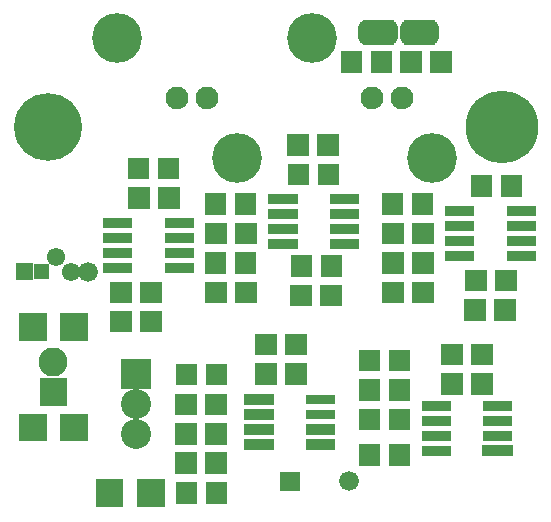
<source format=gbr>
G04 start of page 8 for group -4063 idx -4063 *
G04 Title: PD-ac, componentmask *
G04 Creator: pcb 1.99x *
G04 CreationDate: Fri 09 Jan 2009 03:59:07 PM GMT UTC *
G04 For: kmk *
G04 Format: Gerber/RS-274X *
G04 PCB-Dimensions: 275591 314961 *
G04 PCB-Coordinate-Origin: lower left *
%MOIN*%
%FSLAX24Y24*%
%LNFRONTMASK*%
%ADD11C,0.0200*%
%ADD40C,0.0760*%
%ADD41C,0.1660*%
%ADD42C,0.2420*%
%ADD43C,0.0660*%
%ADD44C,0.0610*%
%ADD45C,0.2260*%
%ADD46C,0.0970*%
%ADD47C,0.1000*%
%ADD48R,0.0340X0.0340*%
%ADD49R,0.0380X0.0380*%
%ADD50C,0.0544*%
%ADD51R,0.0544X0.0544*%
%ADD52R,0.0360X0.0360*%
%ADD53R,0.0320X0.0320*%
G54D40*X17126Y18307D03*
X18126D03*
G54D41*X15126Y20307D03*
X19126Y16307D03*
G54D42*X21455Y17322D03*
G54D11*G36*
X5252Y12779D02*Y12219D01*
X5812D01*
Y12779D01*
X5252D01*
G37*
G54D43*X7658Y12499D03*
G54D44*X7086Y12499D03*
G54D11*G36*
X5847Y12754D02*Y12244D01*
X6357D01*
Y12754D01*
X5847D01*
G37*
G54D45*X6298Y17322D03*
G54D40*X10629Y18307D03*
X11629D03*
G54D41*X8629Y20307D03*
X12629Y16307D03*
G54D44*X6594Y12991D03*
G54D46*X6496Y9496D03*
G54D11*G36*
X6036Y8956D02*Y8036D01*
X6956D01*
Y8956D01*
X6036D01*
G37*
G36*
X8752Y9586D02*Y8586D01*
X9752D01*
Y9586D01*
X8752D01*
G37*
G54D47*X9252Y8086D03*
Y7086D03*
G54D11*G36*
X14040Y5841D02*Y5181D01*
X14700D01*
Y5841D01*
X14040D01*
G37*
G54D43*X16338Y5511D03*
G54D48*X20985Y7533D02*X21615D01*
X20985Y8033D02*X21615D01*
G54D11*G36*
X20423Y9119D02*Y8399D01*
X21143D01*
Y9119D01*
X20423D01*
G37*
G36*
Y10104D02*Y9384D01*
X21143D01*
Y10104D01*
X20423D01*
G37*
G36*
X17667Y9907D02*Y9187D01*
X18387D01*
Y9907D01*
X17667D01*
G37*
G36*
X16667D02*Y9187D01*
X17387D01*
Y9907D01*
X16667D01*
G37*
G36*
X19423Y9119D02*Y8399D01*
X20143D01*
Y9119D01*
X19423D01*
G37*
G36*
Y10104D02*Y9384D01*
X20143D01*
Y10104D01*
X19423D01*
G37*
G36*
X17667Y8923D02*Y8202D01*
X18387D01*
Y8923D01*
X17667D01*
G37*
G36*
X16667D02*Y8202D01*
X17387D01*
Y8923D01*
X16667D01*
G37*
G54D48*X18935Y6533D02*X19565D01*
G54D49*X20985D02*X21615D01*
G54D48*X20985Y7033D02*X21615D01*
X18935Y8033D02*X19565D01*
X18935Y7533D02*X19565D01*
X18935Y7033D02*X19565D01*
G54D11*G36*
X17667Y7938D02*Y7218D01*
X18387D01*
Y7938D01*
X17667D01*
G37*
G36*
X16667D02*Y7218D01*
X17387D01*
Y7938D01*
X16667D01*
G37*
G36*
X21407Y15714D02*Y14994D01*
X22127D01*
Y15714D01*
X21407D01*
G37*
G36*
X20407D02*Y14994D01*
X21127D01*
Y15714D01*
X20407D01*
G37*
G54D48*X21773Y13029D02*X22403D01*
X21773Y13529D02*X22403D01*
X21773Y14029D02*X22403D01*
X21773Y14529D02*X22403D01*
G54D11*G36*
X20195Y11580D02*Y10860D01*
X20915D01*
Y11580D01*
X20195D01*
G37*
G36*
X21195D02*Y10860D01*
X21915D01*
Y11580D01*
X21195D01*
G37*
G36*
X21210Y12564D02*Y11844D01*
X21931D01*
Y12564D01*
X21210D01*
G37*
G36*
X20210D02*Y11844D01*
X20931D01*
Y12564D01*
X20210D01*
G37*
G54D48*X19723Y14529D02*X20353D01*
G54D11*G36*
X17439Y15123D02*Y14403D01*
X18159D01*
Y15123D01*
X17439D01*
G37*
G36*
X18439D02*Y14403D01*
X19159D01*
Y15123D01*
X18439D01*
G37*
G54D48*X19723Y14029D02*X20353D01*
X19723Y13529D02*X20353D01*
X19723Y13029D02*X20353D01*
G54D11*G36*
X18454Y14139D02*Y13419D01*
X19175D01*
Y14139D01*
X18454D01*
G37*
G36*
X17454D02*Y13419D01*
X18175D01*
Y14139D01*
X17454D01*
G37*
G36*
X18454Y13155D02*Y12435D01*
X19175D01*
Y13155D01*
X18454D01*
G37*
G36*
X17454D02*Y12435D01*
X18175D01*
Y13155D01*
X17454D01*
G37*
G36*
X15305Y16108D02*Y15388D01*
X16025D01*
Y16108D01*
X15305D01*
G37*
G36*
X14305D02*Y15388D01*
X15025D01*
Y16108D01*
X14305D01*
G37*
G36*
X18458Y12170D02*Y11450D01*
X19178D01*
Y12170D01*
X18458D01*
G37*
G36*
X17458D02*Y11450D01*
X18178D01*
Y12170D01*
X17458D01*
G37*
G36*
X14387Y12072D02*Y11352D01*
X15108D01*
Y12072D01*
X14387D01*
G37*
G36*
X15387D02*Y11352D01*
X16108D01*
Y12072D01*
X15387D01*
G37*
G36*
X14289Y17092D02*Y16372D01*
X15009D01*
Y17092D01*
X14289D01*
G37*
G36*
X15289D02*Y16372D01*
X16009D01*
Y17092D01*
X15289D01*
G37*
G36*
X15403Y13057D02*Y12336D01*
X16123D01*
Y13057D01*
X15403D01*
G37*
G36*
X14403D02*Y12336D01*
X15123D01*
Y13057D01*
X14403D01*
G37*
G36*
X7906Y5594D02*Y4673D01*
X8826D01*
Y5594D01*
X7906D01*
G37*
G36*
X9284D02*Y4673D01*
X10204D01*
Y5594D01*
X9284D01*
G37*
G36*
X5347Y7775D02*Y6854D01*
X6267D01*
Y7775D01*
X5347D01*
G37*
G36*
X6725D02*Y6854D01*
X7645D01*
Y7775D01*
X6725D01*
G37*
G36*
X11565Y5478D02*Y4758D01*
X12285D01*
Y5478D01*
X11565D01*
G37*
G36*
X10565D02*Y4758D01*
X11285D01*
Y5478D01*
X10565D01*
G37*
G36*
X9990Y15320D02*Y14600D01*
X10710D01*
Y15320D01*
X9990D01*
G37*
G36*
X9974Y16305D02*Y15584D01*
X10694D01*
Y16305D01*
X9974D01*
G37*
G54D48*X10371Y12635D02*X11001D01*
X10371Y13135D02*X11001D01*
X10371Y13635D02*X11001D01*
X10371Y14135D02*X11001D01*
G54D11*G36*
X8990Y15320D02*Y14600D01*
X9710D01*
Y15320D01*
X8990D01*
G37*
G36*
X8974Y16305D02*Y15584D01*
X9694D01*
Y16305D01*
X8974D01*
G37*
G54D48*X8321Y14135D02*X8951D01*
X8321Y13635D02*X8951D01*
X8321Y13135D02*X8951D01*
X8321Y12635D02*X8951D01*
G54D11*G36*
X8384Y12171D02*Y11451D01*
X9104D01*
Y12171D01*
X8384D01*
G37*
G36*
Y11202D02*Y10482D01*
X9104D01*
Y11202D01*
X8384D01*
G37*
G36*
X9384Y12171D02*Y11451D01*
X10104D01*
Y12171D01*
X9384D01*
G37*
G36*
Y11202D02*Y10482D01*
X10104D01*
Y11202D01*
X9384D01*
G37*
G36*
X5347Y11121D02*Y10201D01*
X6267D01*
Y11121D01*
X5347D01*
G37*
G36*
X6725D02*Y10201D01*
X7645D01*
Y11121D01*
X6725D01*
G37*
G54D50*X18307Y20630D02*Y20315D01*
G54D51*X18464Y20630D02*Y20315D01*
G54D11*G36*
X18045Y19848D02*Y19128D01*
X18765D01*
Y19848D01*
X18045D01*
G37*
G54D50*X19094Y20630D02*Y20315D01*
G54D51*X18937Y20630D02*Y20315D01*
G54D11*G36*
X19045Y19848D02*Y19128D01*
X19765D01*
Y19848D01*
X19045D01*
G37*
G54D50*X17716Y20630D02*Y20315D01*
G54D51*X17559Y20630D02*Y20315D01*
G54D50*X16929Y20630D02*Y20315D01*
G54D51*X17086Y20630D02*Y20315D01*
G54D11*G36*
X16065Y19847D02*Y19127D01*
X16786D01*
Y19847D01*
X16065D01*
G37*
G36*
X17065D02*Y19127D01*
X17786D01*
Y19847D01*
X17065D01*
G37*
G54D48*X13833Y14923D02*X14463D01*
X15883D02*X16513D01*
G54D11*G36*
X11533Y15123D02*Y14403D01*
X12253D01*
Y15123D01*
X11533D01*
G37*
G36*
X12533D02*Y14403D01*
X13253D01*
Y15123D01*
X12533D01*
G37*
G54D48*X13833Y14423D02*X14463D01*
X15883D02*X16513D01*
X13833Y13923D02*X14463D01*
X13833Y13423D02*X14463D01*
X15883D02*X16513D01*
X15883Y13923D02*X16513D01*
G54D11*G36*
X12549Y12171D02*Y11451D01*
X13269D01*
Y12171D01*
X12549D01*
G37*
G36*
X11549D02*Y11451D01*
X12269D01*
Y12171D01*
X11549D01*
G37*
G36*
X12549Y14139D02*Y13419D01*
X13269D01*
Y14139D01*
X12549D01*
G37*
G36*
X11549D02*Y13419D01*
X12269D01*
Y14139D01*
X11549D01*
G37*
G36*
X11533Y13155D02*Y12435D01*
X12253D01*
Y13155D01*
X11533D01*
G37*
G36*
X12533D02*Y12435D01*
X13253D01*
Y13155D01*
X12533D01*
G37*
G36*
X10549Y8431D02*Y7710D01*
X11269D01*
Y8431D01*
X10549D01*
G37*
G36*
Y7446D02*Y6726D01*
X11269D01*
Y7446D01*
X10549D01*
G37*
G36*
X10565Y9431D02*Y8710D01*
X11286D01*
Y9431D01*
X10565D01*
G37*
G36*
X10549Y6478D02*Y5758D01*
X11269D01*
Y6478D01*
X10549D01*
G37*
G36*
X11549Y8431D02*Y7710D01*
X12269D01*
Y8431D01*
X11549D01*
G37*
G36*
Y7446D02*Y6726D01*
X12269D01*
Y7446D01*
X11549D01*
G37*
G36*
X11565Y9431D02*Y8710D01*
X12286D01*
Y9431D01*
X11565D01*
G37*
G36*
X11549Y6478D02*Y5758D01*
X12269D01*
Y6478D01*
X11549D01*
G37*
G36*
X17667Y6757D02*Y6037D01*
X18387D01*
Y6757D01*
X17667D01*
G37*
G36*
X16667D02*Y6037D01*
X17387D01*
Y6757D01*
X16667D01*
G37*
G54D52*X13030Y8246D02*X13660D01*
X13030Y7746D02*X13660D01*
X13030Y7246D02*X13660D01*
X13030Y6746D02*X13660D01*
G54D11*G36*
X13226Y10432D02*Y9711D01*
X13946D01*
Y10432D01*
X13226D01*
G37*
G36*
Y9447D02*Y8727D01*
X13946D01*
Y9447D01*
X13226D01*
G37*
G54D52*X15080Y6746D02*X15710D01*
X15080Y7246D02*X15710D01*
G54D53*X15080Y7746D02*X15710D01*
X15080Y8246D02*X15710D01*
G54D11*G36*
X14226Y10432D02*Y9711D01*
X14946D01*
Y10432D01*
X14226D01*
G37*
G36*
Y9447D02*Y8727D01*
X14946D01*
Y9447D01*
X14226D01*
G37*
M02*

</source>
